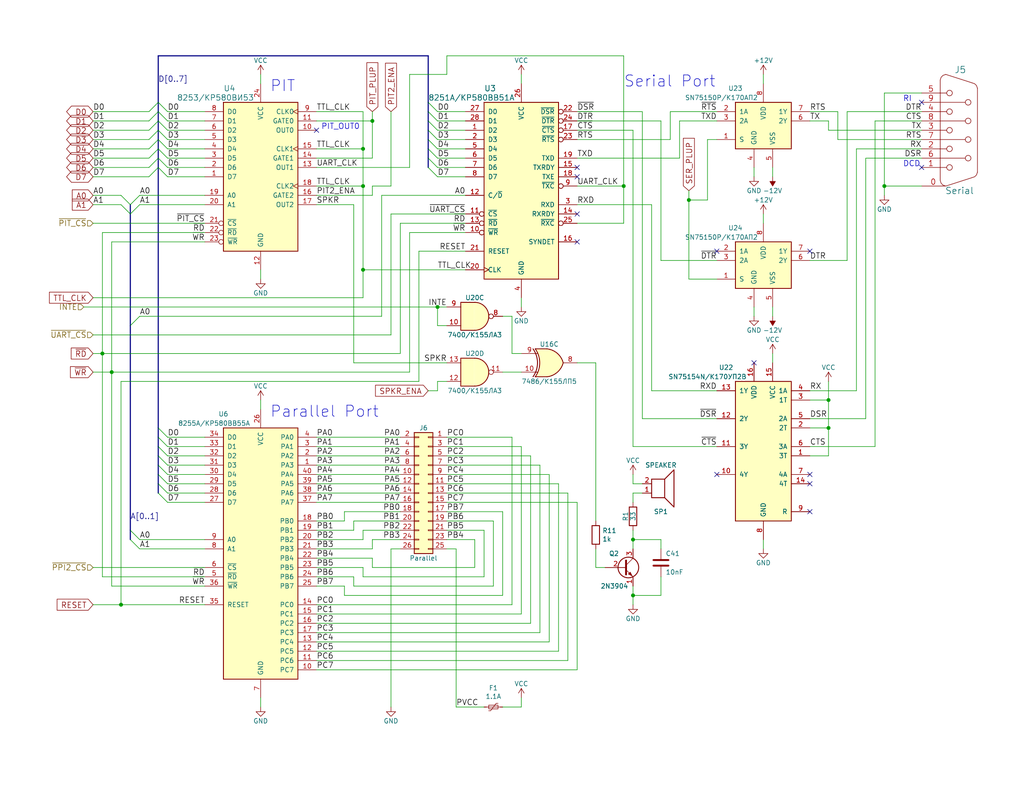
<source format=kicad_sch>
(kicad_sch (version 20211123) (generator eeschema)
  (paper "USLetter")
  (title_block (title "Radio-86RK") (date "2023-12-09") (rev "1.4") (company "Designed by Sergey Kiselev") (comment 1 "Based on the previous work by Alexey Khudyakov and Radio magazine publications") (comment 2 "Licensed under CERN-OHL-S: https://cern-ohl.web.cern.ch") (comment 3 "Documentation and design files: https://github.com/skiselev/radio-86rk") (comment 4 "Radio-86RK is an open source hardware project"))
  (lib_symbols
    (symbol "74xx:74LS00" (pin_names (offset 1.016))
      (property "Reference" "U" (at 0 1.27 0))
      (property "Value" "74LS00" (at 0 -1.27 0))
      (symbol "74LS00_1_1"
        (pin input line (at -7.62 2.54 0) (length 3.81) (name "~") (number "1"))
        (pin input line (at -7.62 -2.54 0) (length 3.81) (name "~") (number "2"))
        (pin output inverted (at 7.62 0 180) (length 3.81) (name "~") (number "3"))
      )
      (symbol "74LS00_1_2"
        (pin input inverted (at -7.62 2.54 0) (length 4.318) (name "~") (number "1"))
        (pin input inverted (at -7.62 -2.54 0) (length 4.318) (name "~") (number "2"))
        (pin output line (at 7.62 0 180) (length 3.81) (name "~") (number "3"))
      )
      (symbol "74LS00_2_1"
        (pin input line (at -7.62 2.54 0) (length 3.81) (name "~") (number "4"))
        (pin input line (at -7.62 -2.54 0) (length 3.81) (name "~") (number "5"))
        (pin output inverted (at 7.62 0 180) (length 3.81) (name "~") (number "6"))
      )
      (symbol "74LS00_2_2"
        (pin input inverted (at -7.62 2.54 0) (length 4.318) (name "~") (number "4"))
        (pin input inverted (at -7.62 -2.54 0) (length 4.318) (name "~") (number "5"))
        (pin output line (at 7.62 0 180) (length 3.81) (name "~") (number "6"))
      )
      (symbol "74LS00_3_1"
        (pin input line (at -7.62 -2.54 0) (length 3.81) (name "~") (number "10"))
        (pin output inverted (at 7.62 0 180) (length 3.81) (name "~") (number "8"))
        (pin input line (at -7.62 2.54 0) (length 3.81) (name "~") (number "9"))
      )
      (symbol "74LS00_3_2"
        (pin input inverted (at -7.62 -2.54 0) (length 4.318) (name "~") (number "10"))
        (pin output line (at 7.62 0 180) (length 3.81) (name "~") (number "8"))
        (pin input inverted (at -7.62 2.54 0) (length 4.318) (name "~") (number "9"))
      )
      (symbol "74LS00_4_1"
        (pin output inverted (at 7.62 0 180) (length 3.81) (name "~") (number "11"))
        (pin input line (at -7.62 2.54 0) (length 3.81) (name "~") (number "12"))
        (pin input line (at -7.62 -2.54 0) (length 3.81) (name "~") (number "13"))
      )
      (symbol "74LS00_4_2"
        (pin output line (at 7.62 0 180) (length 3.81) (name "~") (number "11"))
        (pin input inverted (at -7.62 2.54 0) (length 4.318) (name "~") (number "12"))
        (pin input inverted (at -7.62 -2.54 0) (length 4.318) (name "~") (number "13"))
      )
      (symbol "74LS00_5_0"
        (pin power_in line (at 0 12.7 270) (length 5.08) (name "VCC") (number "14"))
        (pin power_in line (at 0 -12.7 90) (length 5.08) (name "GND") (number "7"))
      )
    )
    (symbol "74xx:74LS86" (pin_names (offset 1.016))
      (property "Reference" "U" (at 0 1.27 0))
      (property "Value" "74LS86" (at 0 -1.27 0))
      (symbol "74LS86_1_0"
        (pin input line (at -7.62 2.54 0) (length 4.445) (name "~") (number "1"))
        (pin input line (at -7.62 -2.54 0) (length 4.445) (name "~") (number "2"))
        (pin output line (at 7.62 0 180) (length 3.81) (name "~") (number "3"))
      )
      (symbol "74LS86_2_0"
        (pin input line (at -7.62 2.54 0) (length 4.445) (name "~") (number "4"))
        (pin input line (at -7.62 -2.54 0) (length 4.445) (name "~") (number "5"))
        (pin output line (at 7.62 0 180) (length 3.81) (name "~") (number "6"))
      )
      (symbol "74LS86_3_0"
        (pin input line (at -7.62 -2.54 0) (length 4.445) (name "~") (number "10"))
        (pin output line (at 7.62 0 180) (length 3.81) (name "~") (number "8"))
        (pin input line (at -7.62 2.54 0) (length 4.445) (name "~") (number "9"))
      )
      (symbol "74LS86_4_0"
        (pin output line (at 7.62 0 180) (length 3.81) (name "~") (number "11"))
        (pin input line (at -7.62 2.54 0) (length 4.445) (name "~") (number "12"))
        (pin input line (at -7.62 -2.54 0) (length 4.445) (name "~") (number "13"))
      )
      (symbol "74LS86_5_0"
        (pin power_in line (at 0 12.7 270) (length 5.08) (name "VCC") (number "14"))
        (pin power_in line (at 0 -12.7 90) (length 5.08) (name "GND") (number "7"))
      )
    )
    (symbol "Connector_Generic:Conn_02x13_Odd_Even" (pin_names (offset 1.016) hide)
      (property "Reference" "J" (at 1.27 17.78 0))
      (property "Value" "Conn_02x13_Odd_Even" (at 1.27 -17.78 0))
      (symbol "Conn_02x13_Odd_Even_1_1"
        (pin passive line (at -5.08 15.24 0) (length 3.81) (name "Pin_1") (number "1"))
        (pin passive line (at 7.62 5.08 180) (length 3.81) (name "Pin_10") (number "10"))
        (pin passive line (at -5.08 2.54 0) (length 3.81) (name "Pin_11") (number "11"))
        (pin passive line (at 7.62 2.54 180) (length 3.81) (name "Pin_12") (number "12"))
        (pin passive line (at -5.08 0 0) (length 3.81) (name "Pin_13") (number "13"))
        (pin passive line (at 7.62 0 180) (length 3.81) (name "Pin_14") (number "14"))
        (pin passive line (at -5.08 -2.54 0) (length 3.81) (name "Pin_15") (number "15"))
        (pin passive line (at 7.62 -2.54 180) (length 3.81) (name "Pin_16") (number "16"))
        (pin passive line (at -5.08 -5.08 0) (length 3.81) (name "Pin_17") (number "17"))
        (pin passive line (at 7.62 -5.08 180) (length 3.81) (name "Pin_18") (number "18"))
        (pin passive line (at -5.08 -7.62 0) (length 3.81) (name "Pin_19") (number "19"))
        (pin passive line (at 7.62 15.24 180) (length 3.81) (name "Pin_2") (number "2"))
        (pin passive line (at 7.62 -7.62 180) (length 3.81) (name "Pin_20") (number "20"))
        (pin passive line (at -5.08 -10.16 0) (length 3.81) (name "Pin_21") (number "21"))
        (pin passive line (at 7.62 -10.16 180) (length 3.81) (name "Pin_22") (number "22"))
        (pin passive line (at -5.08 -12.7 0) (length 3.81) (name "Pin_23") (number "23"))
        (pin passive line (at 7.62 -12.7 180) (length 3.81) (name "Pin_24") (number "24"))
        (pin passive line (at -5.08 -15.24 0) (length 3.81) (name "Pin_25") (number "25"))
        (pin passive line (at 7.62 -15.24 180) (length 3.81) (name "Pin_26") (number "26"))
        (pin passive line (at -5.08 12.7 0) (length 3.81) (name "Pin_3") (number "3"))
        (pin passive line (at 7.62 12.7 180) (length 3.81) (name "Pin_4") (number "4"))
        (pin passive line (at -5.08 10.16 0) (length 3.81) (name "Pin_5") (number "5"))
        (pin passive line (at 7.62 10.16 180) (length 3.81) (name "Pin_6") (number "6"))
        (pin passive line (at -5.08 7.62 0) (length 3.81) (name "Pin_7") (number "7"))
        (pin passive line (at 7.62 7.62 180) (length 3.81) (name "Pin_8") (number "8"))
        (pin passive line (at -5.08 5.08 0) (length 3.81) (name "Pin_9") (number "9"))
      )
    )
    (symbol "Device:C" (pin_numbers hide) (pin_names (offset 0.254))
      (property "Reference" "C" (at 0.635 2.54 0))
      (property "Value" "C" (at 0.635 -2.54 0))
      (symbol "C_1_1"
        (pin passive line (at 0 3.81 270) (length 2.794) (name "~") (number "1"))
        (pin passive line (at 0 -3.81 90) (length 2.794) (name "~") (number "2"))
      )
    )
    (symbol "Device:Polyfuse_Small" (pin_numbers hide) (pin_names (offset 0))
      (property "Reference" "F" (at -1.905 0 90))
      (property "Value" "Polyfuse_Small" (at 1.905 0 90))
      (symbol "Polyfuse_Small_1_1"
        (pin passive line (at 0 2.54 270) (length 0.635) (name "~") (number "1"))
        (pin passive line (at 0 -2.54 90) (length 0.635) (name "~") (number "2"))
      )
    )
    (symbol "Device:Q_NPN_EBC" (pin_names (offset 0) hide)
      (property "Reference" "Q" (at 5.08 1.27 0))
      (property "Value" "Q_NPN_EBC" (at 5.08 -1.27 0))
      (symbol "Q_NPN_EBC_1_1"
        (pin passive line (at 2.54 -5.08 90) (length 2.54) (name "E") (number "1"))
        (pin passive line (at -5.08 0 0) (length 5.715) (name "B") (number "2"))
        (pin passive line (at 2.54 5.08 270) (length 2.54) (name "C") (number "3"))
      )
    )
    (symbol "Device:R" (pin_numbers hide) (pin_names (offset 0))
      (property "Reference" "R" (at 2.032 0 90))
      (property "Value" "R" (at 0 0 90))
      (symbol "R_1_1"
        (pin passive line (at 0 3.81 270) (length 1.27) (name "~") (number "1"))
        (pin passive line (at 0 -3.81 90) (length 1.27) (name "~") (number "2"))
      )
    )
    (symbol "Device:Speaker" (pin_names (offset 0) hide)
      (property "Reference" "LS" (at 1.27 5.715 0))
      (property "Value" "Speaker" (at 1.27 3.81 0))
      (symbol "Speaker_1_1"
        (pin input line (at -5.08 0 0) (length 2.54) (name "1") (number "1"))
        (pin input line (at -5.08 -2.54 0) (length 2.54) (name "2") (number "2"))
      )
    )
    (symbol "my_components:8251A" (pin_names (offset 1.016))
      (property "Reference" "U" (at -10.16 25.4 0))
      (property "Value" "8251A" (at -10.16 -25.4 0))
      (symbol "8251A_1_1"
        (pin bidirectional line (at -15.24 16.51 0) (length 5.08) (name "D2") (number "1"))
        (pin input inverted (at -15.24 -11.43 0) (length 5.08) (name "~{WR}") (number "10"))
        (pin input inverted (at -15.24 -6.35 0) (length 5.08) (name "~{CS}") (number "11"))
        (pin input line (at -15.24 -1.27 0) (length 5.08) (name "C/~{D}") (number "12"))
        (pin input inverted (at -15.24 -8.89 0) (length 5.08) (name "~{RD}") (number "13"))
        (pin output line (at 15.24 -6.35 180) (length 5.08) (name "RXRDY") (number "14"))
        (pin output line (at 15.24 6.35 180) (length 5.08) (name "TXRDY") (number "15"))
        (pin bidirectional line (at 15.24 -13.97 180) (length 5.08) (name "SYNDET") (number "16"))
        (pin input inverted (at 15.24 16.51 180) (length 5.08) (name "~{CTS}") (number "17"))
        (pin output line (at 15.24 3.81 180) (length 5.08) (name "TXE") (number "18"))
        (pin output line (at 15.24 8.89 180) (length 5.08) (name "TXD") (number "19"))
        (pin bidirectional line (at -15.24 13.97 0) (length 5.08) (name "D3") (number "2"))
        (pin input clock (at -15.24 -21.59 0) (length 5.08) (name "CLK") (number "20"))
        (pin input line (at -15.24 -16.51 0) (length 5.08) (name "RESET") (number "21"))
        (pin input inverted (at 15.24 21.59 180) (length 5.08) (name "~{DSR}") (number "22"))
        (pin output inverted (at 15.24 13.97 180) (length 5.08) (name "~{RTS}") (number "23"))
        (pin output inverted (at 15.24 19.05 180) (length 5.08) (name "~{DTR}") (number "24"))
        (pin input inverted (at 15.24 -8.89 180) (length 5.08) (name "~{RXC}") (number "25"))
        (pin power_in line (at 0 29.21 270) (length 5.08) (name "VCC") (number "26"))
        (pin bidirectional line (at -15.24 21.59 0) (length 5.08) (name "D0") (number "27"))
        (pin bidirectional line (at -15.24 19.05 0) (length 5.08) (name "D1") (number "28"))
        (pin input line (at 15.24 -3.81 180) (length 5.08) (name "RXD") (number "3"))
        (pin power_in line (at 0 -29.21 90) (length 5.08) (name "GND") (number "4"))
        (pin bidirectional line (at -15.24 11.43 0) (length 5.08) (name "D4") (number "5"))
        (pin bidirectional line (at -15.24 8.89 0) (length 5.08) (name "D5") (number "6"))
        (pin bidirectional line (at -15.24 6.35 0) (length 5.08) (name "D6") (number "7"))
        (pin bidirectional line (at -15.24 3.81 0) (length 5.08) (name "D7") (number "8"))
        (pin input inverted (at 15.24 1.27 180) (length 5.08) (name "~{TXC}") (number "9"))
      )
    )
    (symbol "my_components:8254" (pin_names (offset 1.016))
      (property "Reference" "U" (at -10.16 21.59 0))
      (property "Value" "8254" (at -10.16 -21.59 0))
      (symbol "8254_1_1"
        (pin bidirectional line (at -15.24 0 0) (length 5.08) (name "D7") (number "1"))
        (pin output line (at 15.24 12.7 180) (length 5.08) (name "OUT0") (number "10"))
        (pin input line (at 15.24 15.24 180) (length 5.08) (name "GATE0") (number "11"))
        (pin power_in line (at 0 -25.4 90) (length 5.08) (name "GND") (number "12"))
        (pin output line (at 15.24 2.54 180) (length 5.08) (name "OUT1") (number "13"))
        (pin input line (at 15.24 5.08 180) (length 5.08) (name "GATE1") (number "14"))
        (pin input clock (at 15.24 7.62 180) (length 5.08) (name "CLK1") (number "15"))
        (pin input line (at 15.24 -5.08 180) (length 5.08) (name "GATE2") (number "16"))
        (pin output line (at 15.24 -7.62 180) (length 5.08) (name "OUT2") (number "17"))
        (pin input clock (at 15.24 -2.54 180) (length 5.08) (name "CLK2") (number "18"))
        (pin input line (at -15.24 -5.08 0) (length 5.08) (name "A0") (number "19"))
        (pin bidirectional line (at -15.24 2.54 0) (length 5.08) (name "D6") (number "2"))
        (pin input line (at -15.24 -7.62 0) (length 5.08) (name "A1") (number "20"))
        (pin input inverted (at -15.24 -12.7 0) (length 5.08) (name "~{CS}") (number "21"))
        (pin input inverted (at -15.24 -15.24 0) (length 5.08) (name "~{RD}") (number "22"))
        (pin input inverted (at -15.24 -17.78 0) (length 5.08) (name "~{WR}") (number "23"))
        (pin power_in line (at 0 25.4 270) (length 5.08) (name "VCC") (number "24"))
        (pin bidirectional line (at -15.24 5.08 0) (length 5.08) (name "D5") (number "3"))
        (pin bidirectional line (at -15.24 7.62 0) (length 5.08) (name "D4") (number "4"))
        (pin bidirectional line (at -15.24 10.16 0) (length 5.08) (name "D3") (number "5"))
        (pin bidirectional line (at -15.24 12.7 0) (length 5.08) (name "D2") (number "6"))
        (pin bidirectional line (at -15.24 15.24 0) (length 5.08) (name "D1") (number "7"))
        (pin bidirectional line (at -15.24 17.78 0) (length 5.08) (name "D0") (number "8"))
        (pin input clock (at 15.24 17.78 180) (length 5.08) (name "CLK0") (number "9"))
      )
    )
    (symbol "my_components:8255A" (pin_names (offset 1.016))
      (property "Reference" "U" (at -10.16 38.1 0))
      (property "Value" "8255A" (at -10.16 35.56 0))
      (symbol "8255A_1_1"
        (pin tri_state line (at 15.24 24.13 180) (length 5.08) (name "PA3") (number "1"))
        (pin tri_state line (at 15.24 -31.75 180) (length 5.08) (name "PC7") (number "10"))
        (pin tri_state line (at 15.24 -29.21 180) (length 5.08) (name "PC6") (number "11"))
        (pin tri_state line (at 15.24 -26.67 180) (length 5.08) (name "PC5") (number "12"))
        (pin tri_state line (at 15.24 -24.13 180) (length 5.08) (name "PC4") (number "13"))
        (pin tri_state line (at 15.24 -13.97 180) (length 5.08) (name "PC0") (number "14"))
        (pin tri_state line (at 15.24 -16.51 180) (length 5.08) (name "PC1") (number "15"))
        (pin tri_state line (at 15.24 -19.05 180) (length 5.08) (name "PC2") (number "16"))
        (pin tri_state line (at 15.24 -21.59 180) (length 5.08) (name "PC3") (number "17"))
        (pin tri_state line (at 15.24 8.89 180) (length 5.08) (name "PB0") (number "18"))
        (pin tri_state line (at 15.24 6.35 180) (length 5.08) (name "PB1") (number "19"))
        (pin tri_state line (at 15.24 26.67 180) (length 5.08) (name "PA2") (number "2"))
        (pin tri_state line (at 15.24 3.81 180) (length 5.08) (name "PB2") (number "20"))
        (pin tri_state line (at 15.24 1.27 180) (length 5.08) (name "PB3") (number "21"))
        (pin tri_state line (at 15.24 -1.27 180) (length 5.08) (name "PB4") (number "22"))
        (pin tri_state line (at 15.24 -3.81 180) (length 5.08) (name "PB5") (number "23"))
        (pin tri_state line (at 15.24 -6.35 180) (length 5.08) (name "PB6") (number "24"))
        (pin tri_state line (at 15.24 -8.89 180) (length 5.08) (name "PB7") (number "25"))
        (pin power_in line (at 0 39.37 270) (length 5.08) (name "VCC") (number "26"))
        (pin bidirectional line (at -15.24 13.97 0) (length 5.08) (name "D7") (number "27"))
        (pin bidirectional line (at -15.24 16.51 0) (length 5.08) (name "D6") (number "28"))
        (pin bidirectional line (at -15.24 19.05 0) (length 5.08) (name "D5") (number "29"))
        (pin tri_state line (at 15.24 29.21 180) (length 5.08) (name "PA1") (number "3"))
        (pin bidirectional line (at -15.24 21.59 0) (length 5.08) (name "D4") (number "30"))
        (pin bidirectional line (at -15.24 24.13 0) (length 5.08) (name "D3") (number "31"))
        (pin bidirectional line (at -15.24 26.67 0) (length 5.08) (name "D2") (number "32"))
        (pin bidirectional line (at -15.24 29.21 0) (length 5.08) (name "D1") (number "33"))
        (pin bidirectional line (at -15.24 31.75 0) (length 5.08) (name "D0") (number "34"))
        (pin input line (at -15.24 -13.97 0) (length 5.08) (name "RESET") (number "35"))
        (pin input line (at -15.24 -8.89 0) (length 5.08) (name "~{WR}") (number "36"))
        (pin tri_state line (at 15.24 13.97 180) (length 5.08) (name "PA7") (number "37"))
        (pin tri_state line (at 15.24 16.51 180) (length 5.08) (name "PA6") (number "38"))
        (pin tri_state line (at 15.24 19.05 180) (length 5.08) (name "PA5") (number "39"))
        (pin tri_state line (at 15.24 31.75 180) (length 5.08) (name "PA0") (number "4"))
        (pin tri_state line (at 15.24 21.59 180) (length 5.08) (name "PA4") (number "40"))
        (pin input line (at -15.24 -6.35 0) (length 5.08) (name "~{RD}") (number "5"))
        (pin input line (at -15.24 -3.81 0) (length 5.08) (name "~{CS}") (number "6"))
        (pin power_in line (at 0 -39.37 90) (length 5.08) (name "GND") (number "7"))
        (pin input line (at -15.24 1.27 0) (length 5.08) (name "A1") (number "8"))
        (pin input line (at -15.24 3.81 0) (length 5.08) (name "A0") (number "9"))
      )
    )
    (symbol "my_components:DE9" (pin_names (offset 1.016) hide)
      (property "Reference" "P" (at 0 16.51 0))
      (property "Value" "DE9" (at 0.381 -17.399 0))
      (symbol "DE9_1_1"
        (pin passive line (at -10.16 -15.24 0) (length 6.35) (name "GND") (number "0"))
        (pin passive line (at -10.16 -10.16 0) (length 5.08) (name "1") (number "1"))
        (pin passive line (at -10.16 -5.08 0) (length 5.08) (name "2") (number "2"))
        (pin passive line (at -10.16 0 0) (length 5.08) (name "3") (number "3"))
        (pin passive line (at -10.16 5.08 0) (length 5.08) (name "4") (number "4"))
        (pin passive line (at -10.16 10.16 0) (length 5.08) (name "5") (number "5"))
        (pin passive line (at -10.16 -7.62 0) (length 5.08) (name "P6") (number "6"))
        (pin passive line (at -10.16 -2.54 0) (length 5.08) (name "P7") (number "7"))
        (pin passive line (at -10.16 2.54 0) (length 5.08) (name "P8") (number "8"))
        (pin passive line (at -10.16 7.62 0) (length 5.08) (name "P9") (number "9"))
      )
    )
    (symbol "my_components:SN75150P" (pin_names (offset 1.016))
      (property "Reference" "U" (at -7.62 10.16 0))
      (property "Value" "SN75150P" (at -12.7 7.62 0))
      (symbol "SN75150P_1_1"
        (pin input line (at -12.7 -3.81 0) (length 5.08) (name "S") (number "1"))
        (pin input line (at -12.7 3.81 0) (length 5.08) (name "1A") (number "2"))
        (pin input line (at -12.7 1.27 0) (length 5.08) (name "2A") (number "3"))
        (pin power_in line (at -2.54 -11.43 90) (length 5.08) (name "GND") (number "4"))
        (pin power_in line (at 2.54 -11.43 90) (length 5.08) (name "VSS") (number "5"))
        (pin output line (at 12.7 1.27 180) (length 5.08) (name "2Y") (number "6"))
        (pin output line (at 12.7 3.81 180) (length 5.08) (name "1Y") (number "7"))
        (pin power_in line (at 0 11.43 270) (length 5.08) (name "VDD") (number "8"))
      )
    )
    (symbol "my_components:SN75154P" (pin_names (offset 1.016))
      (property "Reference" "U" (at -8.89 22.86 0))
      (property "Value" "SN75154P" (at -8.89 20.32 0))
      (symbol "SN75154P_1_1"
        (pin input line (at -12.7 -1.27 0) (length 5.08) (name "3T") (number "1"))
        (pin output line (at 12.7 -6.35 180) (length 5.08) (name "4Y") (number "10"))
        (pin output line (at 12.7 1.27 180) (length 5.08) (name "3Y") (number "11"))
        (pin output line (at 12.7 8.89 180) (length 5.08) (name "2Y") (number "12"))
        (pin output line (at 12.7 16.51 180) (length 5.08) (name "1Y") (number "13"))
        (pin input line (at -12.7 -8.89 0) (length 5.08) (name "4T") (number "14"))
        (pin power_in line (at -2.54 24.13 270) (length 5.08) (name "VCC") (number "15"))
        (pin power_in line (at 2.54 24.13 270) (length 5.08) (name "VDD") (number "16"))
        (pin input line (at -12.7 6.35 0) (length 5.08) (name "2T") (number "2"))
        (pin input line (at -12.7 13.97 0) (length 5.08) (name "1T") (number "3"))
        (pin input line (at -12.7 16.51 0) (length 5.08) (name "1A") (number "4"))
        (pin input line (at -12.7 8.89 0) (length 5.08) (name "2A") (number "5"))
        (pin input line (at -12.7 1.27 0) (length 5.08) (name "3A") (number "6"))
        (pin input line (at -12.7 -6.35 0) (length 5.08) (name "4A") (number "7"))
        (pin power_in line (at 0 -24.13 90) (length 5.08) (name "GND") (number "8"))
        (pin input line (at -12.7 -16.51 0) (length 5.08) (name "R") (number "9"))
      )
    )
    (symbol "power:+12V" (power) (pin_names (offset 0))
      (property "Value" "+12V" (at 0 3.556 0))
      (symbol "+12V_1_1"
        (pin power_in line (at 0 0 90) (length 0) hide (name "+12V") (number "1"))
      )
    )
    (symbol "power:-12V" (power) (pin_names (offset 0))
      (property "Value" "-12V" (at 0 3.81 0))
      (symbol "-12V_0_0"
        (pin power_in line (at 0 0 90) (length 0) hide (name "-12V") (number "1"))
      )
    )
    (symbol "power:GND" (power) (pin_names (offset 0))
      (property "Value" "GND" (at 0 -3.81 0))
      (symbol "GND_1_1"
        (pin power_in line (at 0 0 270) (length 0) hide (name "GND") (number "1"))
      )
    )
    (symbol "power:VCC" (power) (pin_names (offset 0))
      (property "Value" "VCC" (at 0 3.81 0))
      (symbol "VCC_1_1"
        (pin power_in line (at 0 0 90) (length 0) hide (name "VCC") (number "1"))
      )
    )
  )
  (junction (at 99.06 50.8))
  (junction (at 101.6 33.02))
  (junction (at 99.06 40.64))
  (junction (at 99.06 73.66))
  (junction (at 226.06 116.84))
  (junction (at 119.38 83.82))
  (junction (at 172.72 162.56))
  (junction (at 27.94 96.52))
  (junction (at 187.96 54.61))
  (junction (at 30.48 101.6))
  (junction (at 226.06 109.22))
  (junction (at 33.02 165.1))
  (junction (at 170.18 50.8))
  (junction (at 241.3 50.8))
  (junction (at 172.72 147.32))
  (no_connect (at 157.48 48.26))
  (no_connect (at 220.98 129.54))
  (no_connect (at 157.48 58.42))
  (no_connect (at 157.48 45.72))
  (no_connect (at 220.98 68.58))
  (no_connect (at 205.74 99.06))
  (no_connect (at 195.58 129.54))
  (no_connect (at 86.36 35.56))
  (no_connect (at 251.46 45.72))
  (no_connect (at 251.46 27.94))
  (no_connect (at 220.98 139.7))
  (no_connect (at 195.58 68.58))
  (no_connect (at 220.98 132.08))
  (no_connect (at 157.48 66.04))
  (bus_entry (at 40.64 40.64) (size 2.54 -2.54))
  (bus_entry (at 45.72 40.64) (size -2.54 -2.54))
  (bus_entry (at 45.72 33.02) (size -2.54 -2.54))
  (bus_entry (at 40.64 33.02) (size 2.54 -2.54))
  (bus_entry (at 119.38 38.1) (size -2.54 -2.54))
  (bus_entry (at 119.38 33.02) (size -2.54 -2.54))
  (bus_entry (at 40.64 38.1) (size 2.54 -2.54))
  (bus_entry (at 119.38 45.72) (size -2.54 -2.54))
  (bus_entry (at 45.72 45.72) (size -2.54 -2.54))
  (bus_entry (at 119.38 48.26) (size -2.54 -2.54))
  (bus_entry (at 45.72 132.08) (size -2.54 -2.54))
  (bus_entry (at 119.38 43.18) (size -2.54 -2.54))
  (bus_entry (at 40.64 43.18) (size 2.54 -2.54))
  (bus_entry (at 45.72 127) (size -2.54 -2.54))
  (bus_entry (at 45.72 129.54) (size -2.54 -2.54))
  (bus_entry (at 40.64 35.56) (size 2.54 -2.54))
  (bus_entry (at 119.38 30.48) (size -2.54 -2.54))
  (bus_entry (at 45.72 134.62) (size -2.54 -2.54))
  (bus_entry (at 35.56 55.88) (size 2.54 -2.54))
  (bus_entry (at 45.72 119.38) (size -2.54 -2.54))
  (bus_entry (at 35.56 147.32) (size 2.54 2.54))
  (bus_entry (at 45.72 137.16) (size -2.54 -2.54))
  (bus_entry (at 45.72 35.56) (size -2.54 -2.54))
  (bus_entry (at 45.72 30.48) (size -2.54 -2.54))
  (bus_entry (at 119.38 40.64) (size -2.54 -2.54))
  (bus_entry (at 35.56 55.88) (size -2.54 -2.54))
  (bus_entry (at 119.38 35.56) (size -2.54 -2.54))
  (bus_entry (at 40.64 45.72) (size 2.54 -2.54))
  (bus_entry (at 33.02 55.88) (size 2.54 2.54))
  (bus_entry (at 45.72 38.1) (size -2.54 -2.54))
  (bus_entry (at 45.72 121.92) (size -2.54 -2.54))
  (bus_entry (at 40.64 30.48) (size 2.54 -2.54))
  (bus_entry (at 35.56 58.42) (size 2.54 -2.54))
  (bus_entry (at 35.56 144.78) (size 2.54 2.54))
  (bus_entry (at 40.64 48.26) (size 2.54 -2.54))
  (bus_entry (at 45.72 124.46) (size -2.54 -2.54))
  (bus_entry (at 35.56 88.9) (size 2.54 -2.54))
  (bus_entry (at 45.72 43.18) (size -2.54 -2.54))
  (bus_entry (at 45.72 48.26) (size -2.54 -2.54))
  (bus (pts (xy 43.18 27.94) (xy 43.18 30.48)))
  (wire (pts (xy 55.88 149.86) (xy 38.1 149.86)))
  (wire (pts (xy 40.64 38.1) (xy 25.4 38.1)))
  (wire (pts (xy 86.36 53.34) (xy 101.6 53.34)))
  (wire (pts (xy 182.88 30.48) (xy 195.58 30.48)))
  (bus (pts (xy 43.18 15.24) (xy 43.18 27.94)))
  (wire (pts (xy 101.6 152.4) (xy 101.6 154.94)))
  (wire (pts (xy 111.76 63.5) (xy 127 63.5)))
  (wire (pts (xy 55.88 60.96) (xy 25.4 60.96)))
  (wire (pts (xy 55.88 53.34) (xy 38.1 53.34)))
  (wire (pts (xy 106.68 149.86) (xy 106.68 193.04)))
  (wire (pts (xy 236.22 114.3) (xy 236.22 43.18)))
  (wire (pts (xy 175.26 132.08) (xy 172.72 132.08)))
  (wire (pts (xy 121.92 15.24) (xy 170.18 15.24)))
  (wire (pts (xy 104.14 86.36) (xy 38.1 86.36)))
  (wire (pts (xy 33.02 104.14) (xy 114.3 104.14)))
  (wire (pts (xy 226.06 124.46) (xy 226.06 116.84)))
  (wire (pts (xy 182.88 38.1) (xy 182.88 30.48)))
  (wire (pts (xy 22.86 83.82) (xy 119.38 83.82)))
  (wire (pts (xy 121.92 147.32) (xy 129.54 147.32)))
  (wire (pts (xy 241.3 50.8) (xy 241.3 25.4)))
  (wire (pts (xy 55.88 55.88) (xy 38.1 55.88)))
  (bus (pts (xy 43.18 38.1) (xy 43.18 40.64)))
  (wire (pts (xy 86.36 157.48) (xy 96.52 157.48)))
  (wire (pts (xy 139.7 96.52) (xy 139.7 86.36)))
  (bus (pts (xy 43.18 43.18) (xy 43.18 45.72)))
  (wire (pts (xy 86.36 154.94) (xy 99.06 154.94)))
  (wire (pts (xy 40.64 40.64) (xy 25.4 40.64)))
  (wire (pts (xy 185.42 33.02) (xy 195.58 33.02)))
  (wire (pts (xy 40.64 35.56) (xy 25.4 35.56)))
  (bus (pts (xy 116.84 27.94) (xy 116.84 30.48)))
  (wire (pts (xy 180.34 149.86) (xy 180.34 147.32)))
  (wire (pts (xy 106.68 50.8) (xy 106.68 30.48)))
  (bus (pts (xy 43.18 45.72) (xy 43.18 116.84)))
  (wire (pts (xy 228.6 30.48) (xy 228.6 38.1)))
  (bus (pts (xy 116.84 30.48) (xy 116.84 33.02)))
  (wire (pts (xy 119.38 104.14) (xy 119.38 106.68)))
  (wire (pts (xy 157.48 38.1) (xy 182.88 38.1)))
  (wire (pts (xy 27.94 96.52) (xy 27.94 63.5)))
  (wire (pts (xy 121.92 149.86) (xy 124.46 149.86)))
  (bus (pts (xy 43.18 119.38) (xy 43.18 121.92)))
  (wire (pts (xy 86.36 149.86) (xy 101.6 149.86)))
  (wire (pts (xy 86.36 147.32) (xy 99.06 147.32)))
  (wire (pts (xy 180.34 147.32) (xy 172.72 147.32)))
  (wire (pts (xy 30.48 101.6) (xy 30.48 66.04)))
  (wire (pts (xy 195.58 71.12) (xy 180.34 71.12)))
  (wire (pts (xy 172.72 144.78) (xy 172.72 147.32)))
  (wire (pts (xy 132.08 157.48) (xy 132.08 144.78)))
  (wire (pts (xy 172.72 165.1) (xy 172.72 162.56)))
  (wire (pts (xy 220.98 121.92) (xy 238.76 121.92)))
  (wire (pts (xy 40.64 30.48) (xy 25.4 30.48)))
  (wire (pts (xy 101.6 33.02) (xy 101.6 30.48)))
  (bus (pts (xy 116.84 15.24) (xy 116.84 27.94)))
  (wire (pts (xy 226.06 33.02) (xy 220.98 33.02)))
  (wire (pts (xy 40.64 48.26) (xy 25.4 48.26)))
  (wire (pts (xy 241.3 50.8) (xy 241.3 53.34)))
  (wire (pts (xy 157.48 50.8) (xy 170.18 50.8)))
  (wire (pts (xy 187.96 54.61) (xy 187.96 76.2)))
  (wire (pts (xy 231.14 30.48) (xy 231.14 71.12)))
  (wire (pts (xy 175.26 134.62) (xy 172.72 134.62)))
  (wire (pts (xy 71.12 109.22) (xy 71.12 111.76)))
  (wire (pts (xy 231.14 71.12) (xy 220.98 71.12)))
  (wire (pts (xy 101.6 149.86) (xy 101.6 147.32)))
  (wire (pts (xy 220.98 30.48) (xy 228.6 30.48)))
  (wire (pts (xy 205.74 48.26) (xy 205.74 45.72)))
  (wire (pts (xy 233.68 40.64) (xy 233.68 106.68)))
  (wire (pts (xy 111.76 63.5) (xy 111.76 101.6)))
  (wire (pts (xy 172.72 35.56) (xy 172.72 121.92)))
  (wire (pts (xy 251.46 30.48) (xy 231.14 30.48)))
  (bus (pts (xy 43.18 132.08) (xy 43.18 134.62)))
  (wire (pts (xy 111.76 45.72) (xy 111.76 20.32)))
  (wire (pts (xy 185.42 43.18) (xy 185.42 33.02)))
  (wire (pts (xy 55.88 66.04) (xy 30.48 66.04)))
  (wire (pts (xy 226.06 116.84) (xy 226.06 109.22)))
  (wire (pts (xy 109.22 149.86) (xy 106.68 149.86)))
  (wire (pts (xy 111.76 101.6) (xy 30.48 101.6)))
  (wire (pts (xy 134.62 160.02) (xy 96.52 160.02)))
  (bus (pts (xy 43.18 127) (xy 43.18 129.54)))
  (wire (pts (xy 121.92 124.46) (xy 144.78 124.46)))
  (wire (pts (xy 86.36 55.88) (xy 96.52 55.88)))
  (wire (pts (xy 172.72 129.54) (xy 172.72 132.08)))
  (wire (pts (xy 55.88 45.72) (xy 45.72 45.72)))
  (wire (pts (xy 193.04 54.61) (xy 193.04 38.1)))
  (wire (pts (xy 172.72 35.56) (xy 157.48 35.56)))
  (wire (pts (xy 172.72 147.32) (xy 172.72 149.86)))
  (wire (pts (xy 238.76 33.02) (xy 251.46 33.02)))
  (wire (pts (xy 30.48 160.02) (xy 55.88 160.02)))
  (wire (pts (xy 157.48 43.18) (xy 185.42 43.18)))
  (wire (pts (xy 127 35.56) (xy 119.38 35.56)))
  (bus (pts (xy 116.84 33.02) (xy 116.84 35.56)))
  (wire (pts (xy 127 40.64) (xy 119.38 40.64)))
  (wire (pts (xy 55.88 124.46) (xy 45.72 124.46)))
  (bus (pts (xy 35.56 144.78) (xy 35.56 147.32)))
  (wire (pts (xy 86.36 152.4) (xy 101.6 152.4)))
  (wire (pts (xy 121.92 88.9) (xy 119.38 88.9)))
  (wire (pts (xy 86.36 175.26) (xy 149.86 175.26)))
  (wire (pts (xy 236.22 43.18) (xy 251.46 43.18)))
  (wire (pts (xy 210.82 83.82) (xy 210.82 86.36)))
  (wire (pts (xy 71.12 193.04) (xy 71.12 190.5)))
  (wire (pts (xy 220.98 106.68) (xy 233.68 106.68)))
  (wire (pts (xy 86.36 142.24) (xy 93.98 142.24)))
  (wire (pts (xy 121.92 121.92) (xy 142.24 121.92)))
  (bus (pts (xy 43.18 124.46) (xy 43.18 127)))
  (wire (pts (xy 86.36 172.72) (xy 147.32 172.72)))
  (wire (pts (xy 99.06 40.64) (xy 99.06 30.48)))
  (wire (pts (xy 220.98 114.3) (xy 236.22 114.3)))
  (wire (pts (xy 142.24 20.32) (xy 142.24 22.86)))
  (wire (pts (xy 137.16 162.56) (xy 93.98 162.56)))
  (wire (pts (xy 111.76 20.32) (xy 121.92 20.32)))
  (wire (pts (xy 137.16 193.04) (xy 142.24 193.04)))
  (wire (pts (xy 27.94 157.48) (xy 55.88 157.48)))
  (wire (pts (xy 55.88 30.48) (xy 45.72 30.48)))
  (wire (pts (xy 86.36 160.02) (xy 93.98 160.02)))
  (wire (pts (xy 127 48.26) (xy 119.38 48.26)))
  (wire (pts (xy 55.88 38.1) (xy 45.72 38.1)))
  (wire (pts (xy 99.06 73.66) (xy 99.06 81.28)))
  (bus (pts (xy 43.18 33.02) (xy 43.18 35.56)))
  (wire (pts (xy 121.92 142.24) (xy 134.62 142.24)))
  (wire (pts (xy 114.3 104.14) (xy 114.3 68.58)))
  (wire (pts (xy 121.92 20.32) (xy 121.92 15.24)))
  (wire (pts (xy 106.68 58.42) (xy 127 58.42)))
  (wire (pts (xy 172.72 162.56) (xy 172.72 160.02)))
  (wire (pts (xy 121.92 127) (xy 147.32 127)))
  (wire (pts (xy 121.92 144.78) (xy 132.08 144.78)))
  (wire (pts (xy 121.92 137.16) (xy 157.48 137.16)))
  (wire (pts (xy 86.36 134.62) (xy 109.22 134.62)))
  (wire (pts (xy 228.6 38.1) (xy 251.46 38.1)))
  (wire (pts (xy 71.12 73.66) (xy 71.12 76.2)))
  (wire (pts (xy 86.36 40.64) (xy 99.06 40.64)))
  (wire (pts (xy 27.94 157.48) (xy 27.94 96.52)))
  (wire (pts (xy 162.56 99.06) (xy 157.48 99.06)))
  (wire (pts (xy 99.06 144.78) (xy 99.06 147.32)))
  (wire (pts (xy 195.58 38.1) (xy 193.04 38.1)))
  (wire (pts (xy 172.72 162.56) (xy 180.34 162.56)))
  (wire (pts (xy 175.26 114.3) (xy 195.58 114.3)))
  (bus (pts (xy 116.84 43.18) (xy 116.84 45.72)))
  (wire (pts (xy 86.36 180.34) (xy 154.94 180.34)))
  (wire (pts (xy 33.02 53.34) (xy 25.4 53.34)))
  (wire (pts (xy 132.08 193.04) (xy 124.46 193.04)))
  (wire (pts (xy 238.76 33.02) (xy 238.76 121.92)))
  (wire (pts (xy 144.78 124.46) (xy 144.78 170.18)))
  (wire (pts (xy 86.36 33.02) (xy 101.6 33.02)))
  (wire (pts (xy 109.22 60.96) (xy 127 60.96)))
  (wire (pts (xy 187.96 52.07) (xy 187.96 54.61)))
  (wire (pts (xy 101.6 147.32) (xy 109.22 147.32)))
  (wire (pts (xy 121.92 132.08) (xy 152.4 132.08)))
  (wire (pts (xy 101.6 43.18) (xy 101.6 33.02)))
  (wire (pts (xy 121.92 134.62) (xy 154.94 134.62)))
  (wire (pts (xy 30.48 101.6) (xy 30.48 160.02)))
  (wire (pts (xy 251.46 40.64) (xy 233.68 40.64)))
  (wire (pts (xy 93.98 162.56) (xy 93.98 160.02)))
  (wire (pts (xy 162.56 149.86) (xy 162.56 154.94)))
  (wire (pts (xy 33.02 165.1) (xy 25.4 165.1)))
  (wire (pts (xy 55.88 132.08) (xy 45.72 132.08)))
  (wire (pts (xy 170.18 60.96) (xy 157.48 60.96)))
  (wire (pts (xy 55.88 137.16) (xy 45.72 137.16)))
  (wire (pts (xy 86.36 43.18) (xy 101.6 43.18)))
  (wire (pts (xy 25.4 96.52) (xy 27.94 96.52)))
  (wire (pts (xy 127 45.72) (xy 119.38 45.72)))
  (wire (pts (xy 55.88 35.56) (xy 45.72 35.56)))
  (wire (pts (xy 142.24 193.04) (xy 142.24 190.5)))
  (wire (pts (xy 101.6 53.34) (xy 101.6 50.8)))
  (wire (pts (xy 33.02 55.88) (xy 25.4 55.88)))
  (wire (pts (xy 40.64 45.72) (xy 25.4 45.72)))
  (bus (pts (xy 43.18 30.48) (xy 43.18 33.02)))
  (wire (pts (xy 119.38 106.68) (xy 116.84 106.68)))
  (wire (pts (xy 177.8 106.68) (xy 195.58 106.68)))
  (wire (pts (xy 149.86 129.54) (xy 149.86 175.26)))
  (wire (pts (xy 142.24 96.52) (xy 139.7 96.52)))
  (wire (pts (xy 208.28 20.32) (xy 208.28 22.86)))
  (wire (pts (xy 134.62 142.24) (xy 134.62 160.02)))
  (wire (pts (xy 170.18 50.8) (xy 170.18 60.96)))
  (wire (pts (xy 154.94 134.62) (xy 154.94 180.34)))
  (wire (pts (xy 86.36 30.48) (xy 99.06 30.48)))
  (wire (pts (xy 25.4 101.6) (xy 30.48 101.6)))
  (wire (pts (xy 99.06 144.78) (xy 109.22 144.78)))
  (wire (pts (xy 99.06 154.94) (xy 99.06 157.48)))
  (wire (pts (xy 175.26 114.3) (xy 175.26 30.48)))
  (bus (pts (xy 43.18 116.84) (xy 43.18 119.38)))
  (bus (pts (xy 43.18 40.64) (xy 43.18 43.18)))
  (wire (pts (xy 208.28 147.32) (xy 208.28 149.86)))
  (wire (pts (xy 142.24 101.6) (xy 137.16 101.6)))
  (wire (pts (xy 96.52 142.24) (xy 109.22 142.24)))
  (wire (pts (xy 127 33.02) (xy 119.38 33.02)))
  (wire (pts (xy 55.88 154.94) (xy 25.4 154.94)))
  (wire (pts (xy 104.14 53.34) (xy 127 53.34)))
  (wire (pts (xy 40.64 43.18) (xy 25.4 43.18)))
  (wire (pts (xy 86.36 124.46) (xy 109.22 124.46)))
  (wire (pts (xy 101.6 50.8) (xy 106.68 50.8)))
  (wire (pts (xy 55.88 121.92) (xy 45.72 121.92)))
  (wire (pts (xy 157.48 33.02) (xy 180.34 33.02)))
  (wire (pts (xy 96.52 55.88) (xy 96.52 99.06)))
  (wire (pts (xy 127 38.1) (xy 119.38 38.1)))
  (wire (pts (xy 220.98 124.46) (xy 226.06 124.46)))
  (wire (pts (xy 40.64 33.02) (xy 25.4 33.02)))
  (wire (pts (xy 86.36 127) (xy 109.22 127)))
  (bus (pts (xy 43.18 35.56) (xy 43.18 38.1)))
  (wire (pts (xy 55.88 129.54) (xy 45.72 129.54)))
  (wire (pts (xy 208.28 58.42) (xy 208.28 60.96)))
  (wire (pts (xy 220.98 116.84) (xy 226.06 116.84)))
  (wire (pts (xy 55.88 40.64) (xy 45.72 40.64)))
  (wire (pts (xy 99.06 50.8) (xy 99.06 73.66)))
  (wire (pts (xy 139.7 165.1) (xy 139.7 119.38)))
  (wire (pts (xy 86.36 45.72) (xy 111.76 45.72)))
  (wire (pts (xy 210.82 45.72) (xy 210.82 48.26)))
  (wire (pts (xy 139.7 86.36) (xy 137.16 86.36)))
  (wire (pts (xy 55.88 127) (xy 45.72 127)))
  (wire (pts (xy 99.06 81.28) (xy 25.4 81.28)))
  (wire (pts (xy 93.98 139.7) (xy 109.22 139.7)))
  (wire (pts (xy 55.88 119.38) (xy 45.72 119.38)))
  (wire (pts (xy 127 30.48) (xy 119.38 30.48)))
  (wire (pts (xy 220.98 109.22) (xy 226.06 109.22)))
  (wire (pts (xy 180.34 33.02) (xy 180.34 71.12)))
  (wire (pts (xy 137.16 139.7) (xy 137.16 162.56)))
  (wire (pts (xy 127 43.18) (xy 119.38 43.18)))
  (bus (pts (xy 35.56 55.88) (xy 35.56 58.42)))
  (wire (pts (xy 180.34 162.56) (xy 180.34 157.48)))
  (wire (pts (xy 121.92 104.14) (xy 119.38 104.14)))
  (bus (pts (xy 43.18 15.24) (xy 116.84 15.24)))
  (wire (pts (xy 99.06 157.48) (xy 132.08 157.48)))
  (wire (pts (xy 177.8 55.88) (xy 177.8 106.68)))
  (bus (pts (xy 35.56 58.42) (xy 35.56 88.9)))
  (wire (pts (xy 187.96 54.61) (xy 193.04 54.61)))
  (wire (pts (xy 27.94 96.52) (xy 109.22 96.52)))
  (wire (pts (xy 124.46 193.04) (xy 124.46 149.86)))
  (wire (pts (xy 86.36 129.54) (xy 109.22 129.54)))
  (wire (pts (xy 86.36 165.1) (xy 139.7 165.1)))
  (wire (pts (xy 33.02 104.14) (xy 33.02 165.1)))
  (wire (pts (xy 119.38 83.82) (xy 121.92 83.82)))
  (wire (pts (xy 99.06 50.8) (xy 99.06 40.64)))
  (wire (pts (xy 241.3 50.8) (xy 251.46 50.8)))
  (wire (pts (xy 55.88 48.26) (xy 45.72 48.26)))
  (bus (pts (xy 43.18 121.92) (xy 43.18 124.46)))
  (wire (pts (xy 162.56 154.94) (xy 165.1 154.94)))
  (wire (pts (xy 86.36 182.88) (xy 157.48 182.88)))
  (wire (pts (xy 172.72 121.92) (xy 195.58 121.92)))
  (wire (pts (xy 162.56 142.24) (xy 162.56 99.06)))
  (wire (pts (xy 86.36 137.16) (xy 109.22 137.16)))
  (wire (pts (xy 55.88 147.32) (xy 38.1 147.32)))
  (wire (pts (xy 157.48 30.48) (xy 175.26 30.48)))
  (wire (pts (xy 106.68 91.44) (xy 106.68 58.42)))
  (wire (pts (xy 119.38 88.9) (xy 119.38 83.82)))
  (wire (pts (xy 96.52 99.06) (xy 121.92 99.06)))
  (wire (pts (xy 55.88 33.02) (xy 45.72 33.02)))
  (wire (pts (xy 226.06 109.22) (xy 226.06 104.14)))
  (wire (pts (xy 55.88 43.18) (xy 45.72 43.18)))
  (wire (pts (xy 99.06 73.66) (xy 127 73.66)))
  (wire (pts (xy 129.54 154.94) (xy 129.54 147.32)))
  (wire (pts (xy 25.4 91.44) (xy 106.68 91.44)))
  (wire (pts (xy 101.6 154.94) (xy 129.54 154.94)))
  (wire (pts (xy 27.94 63.5) (xy 55.88 63.5)))
  (wire (pts (xy 86.36 170.18) (xy 144.78 170.18)))
  (wire (pts (xy 109.22 96.52) (xy 109.22 60.96)))
  (wire (pts (xy 226.06 33.02) (xy 226.06 35.56)))
  (wire (pts (xy 86.36 119.38) (xy 109.22 119.38)))
  (bus (pts (xy 116.84 35.56) (xy 116.84 38.1)))
  (wire (pts (xy 157.48 182.88) (xy 157.48 137.16)))
  (wire (pts (xy 33.02 165.1) (xy 55.88 165.1)))
  (wire (pts (xy 142.24 121.92) (xy 142.24 167.64)))
  (wire (pts (xy 86.36 177.8) (xy 152.4 177.8)))
  (wire (pts (xy 210.82 96.52) (xy 210.82 99.06)))
  (wire (pts (xy 86.36 167.64) (xy 142.24 167.64)))
  (wire (pts (xy 205.74 86.36) (xy 205.74 83.82)))
  (wire (pts (xy 121.92 129.54) (xy 149.86 129.54)))
  (bus (pts (xy 35.56 88.9) (xy 35.56 144.78)))
  (wire (pts (xy 86.36 132.08) (xy 109.22 132.08)))
  (wire (pts (xy 147.32 127) (xy 147.32 172.72)))
  (wire (pts (xy 157.48 55.88) (xy 177.8 55.88)))
  (wire (pts (xy 96.52 160.02) (xy 96.52 157.48)))
  (wire (pts (xy 187.96 76.2) (xy 195.58 76.2)))
  (wire (pts (xy 114.3 68.58) (xy 127 68.58)))
  (wire (pts (xy 86.36 144.78) (xy 96.52 144.78)))
  (bus (pts (xy 116.84 40.64) (xy 116.84 43.18)))
  (wire (pts (xy 86.36 121.92) (xy 109.22 121.92)))
  (wire (pts (xy 121.92 139.7) (xy 137.16 139.7)))
  (wire (pts (xy 86.36 50.8) (xy 99.06 50.8)))
  (bus (pts (xy 43.18 129.54) (xy 43.18 132.08)))
  (wire (pts (xy 96.52 144.78) (xy 96.52 142.24)))
  (wire (pts (xy 152.4 177.8) (xy 152.4 132.08)))
  (wire (pts (xy 241.3 25.4) (xy 251.46 25.4)))
  (wire (pts (xy 226.06 35.56) (xy 251.46 35.56)))
  (wire (pts (xy 55.88 134.62) (xy 45.72 134.62)))
  (wire (pts (xy 93.98 142.24) (xy 93.98 139.7)))
  (wire (pts (xy 121.92 119.38) (xy 139.7 119.38)))
  (wire (pts (xy 142.24 81.28) (xy 142.24 83.82)))
  (wire (pts (xy 170.18 15.24) (xy 170.18 50.8)))
  (wire (pts (xy 71.12 20.32) (xy 71.12 22.86)))
  (wire (pts (xy 172.72 134.62) (xy 172.72 137.16)))
  (wire (pts (xy 104.14 53.34) (xy 104.14 86.36)))
  (bus (pts (xy 116.84 38.1) (xy 116.84 40.64)))
  (text "PIT" (at 73.66 25.4 0) (effects (font (size 3.048 3.048)) (justify left bottom)))
  (text "DCD" (at 246.38 45.72 0) (effects (font (size 1.524 1.524)) (justify left bottom)))
  (text "PIT_OUT0" (at 87.63 35.56 0) (effects (font (size 1.524 1.524)) (justify left bottom)))
  (text "Parallel Port" (at 73.66 114.3 0) (effects (font (size 3.048 3.048)) (justify left bottom)))
  (text "Serial Port" (at 170.18 24.13 0) (effects (font (size 3.048 3.048)) (justify left bottom)))
  (text "RI" (at 246.38 27.94 0) (effects (font (size 1.524 1.524)) (justify left bottom)))
  (label "PA6" (at 86.36 134.62 0) (effects (font (size 1.524 1.524))))
  (label "RESET" (at 55.88 165.1 180) (effects (font (size 1.524 1.524))))
  (label "PA3" (at 109.22 127 180) (effects (font (size 1.524 1.524))))
  (label "CTS" (at 251.46 33.02 180) (effects (font (size 1.524 1.524))))
  (label "D4" (at 119.38 40.64 0) (effects (font (size 1.524 1.524))))
  (label "DSR" (at 251.46 43.18 180) (effects (font (size 1.524 1.524))))
  (label "PC6" (at 121.92 134.62 0) (effects (font (size 1.524 1.524))))
  (label "~{RTS}" (at 157.48 38.1 0) (effects (font (size 1.524 1.524))))
  (label "D3" (at 119.38 38.1 0) (effects (font (size 1.524 1.524))))
  (label "RX" (at 251.46 40.64 180) (effects (font (size 1.524 1.524))))
  (label "DSR" (at 220.98 114.3 0) (effects (font (size 1.524 1.524))))
  (label "PB4" (at 86.36 152.4 0) (effects (font (size 1.524 1.524))))
  (label "PA6" (at 109.22 134.62 180) (effects (font (size 1.524 1.524))))
  (label "D0" (at 45.72 30.48 0) (effects (font (size 1.524 1.524))))
  (label "PC7" (at 121.92 137.16 0) (effects (font (size 1.524 1.524))))
  (label "~{DTR}" (at 157.48 33.02 0) (effects (font (size 1.524 1.524))))
  (label "PVCC" (at 124.46 193.04 0) (effects (font (size 1.524 1.524))))
  (label "PC0" (at 121.92 119.38 0) (effects (font (size 1.524 1.524))))
  (label "PA4" (at 109.22 129.54 180) (effects (font (size 1.524 1.524))))
  (label "D7" (at 25.4 48.26 0) (effects (font (size 1.524 1.524))))
  (label "TTL_CLK" (at 86.36 40.64 0) (effects (font (size 1.524 1.524))))
  (label "PA4" (at 86.36 129.54 0) (effects (font (size 1.524 1.524))))
  (label "PA1" (at 109.22 121.92 180) (effects (font (size 1.524 1.524))))
  (label "PB3" (at 109.22 147.32 180) (effects (font (size 1.524 1.524))))
  (label "D1" (at 45.72 121.92 0) (effects (font (size 1.524 1.524))))
  (label "A1" (at 25.4 55.88 0) (effects (font (size 1.524 1.524))))
  (label "CTS" (at 220.98 121.92 0) (effects (font (size 1.524 1.524))))
  (label "A0" (at 127 53.34 180) (effects (font (size 1.524 1.524))))
  (label "TXD" (at 157.48 43.18 0) (effects (font (size 1.524 1.524))))
  (label "D7" (at 45.72 137.16 0) (effects (font (size 1.524 1.524))))
  (label "RXD" (at 195.58 106.68 180) (effects (font (size 1.524 1.524))))
  (label "A0" (at 38.1 53.34 0) (effects (font (size 1.524 1.524))))
  (label "D1" (at 119.38 33.02 0) (effects (font (size 1.524 1.524))))
  (label "~{WR}" (at 55.88 66.04 180) (effects (font (size 1.524 1.524))))
  (label "SPKR" (at 86.36 55.88 0) (effects (font (size 1.524 1.524))))
  (label "D2" (at 45.72 124.46 0) (effects (font (size 1.524 1.524))))
  (label "PB5" (at 86.36 154.94 0) (effects (font (size 1.524 1.524))))
  (label "PA0" (at 86.36 119.38 0) (effects (font (size 1.524 1.524))))
  (label "PA7" (at 109.22 137.16 180) (effects (font (size 1.524 1.524))))
  (label "RTS" (at 220.98 30.48 0) (effects (font (size 1.524 1.524))))
  (label "TXD" (at 195.58 33.02 180) (effects (font (size 1.524 1.524))))
  (label "PB6" (at 121.92 142.24 0) (effects (font (size 1.524 1.524))))
  (label "D2" (at 119.38 35.56 0) (effects (font (size 1.524 1.524))))
  (label "TX" (at 251.46 35.56 180) (effects (font (size 1.524 1.524))))
  (label "TTL_CLK" (at 119.38 73.66 0) (effects (font (size 1.524 1.524))))
  (label "PIT2_ENA" (at 86.36 53.34 0) (effects (font (size 1.524 1.524))))
  (label "PA7" (at 86.36 137.16 0) (effects (font (size 1.524 1.524))))
  (label "~{WR}" (at 55.88 160.02 180) (effects (font (size 1.524 1.524))))
  (label "D5" (at 45.72 132.08 0) (effects (font (size 1.524 1.524))))
  (label "PA2" (at 86.36 124.46 0) (effects (font (size 1.524 1.524))))
  (label "PB2" (at 86.36 147.32 0) (effects (font (size 1.524 1.524))))
  (label "UART_CLK" (at 157.48 50.8 0) (effects (font (size 1.524 1.524))))
  (label "D0" (at 119.38 30.48 0) (effects (font (size 1.524 1.524))))
  (label "A[0..1]" (at 35.56 142.24 0) (effects (font (size 1.524 1.524))))
  (label "DTR" (at 251.46 30.48 180) (effects (font (size 1.524 1.524))))
  (label "D3" (at 45.72 127 0) (effects (font (size 1.524 1.524))))
  (label "~{CTS}" (at 157.48 35.56 0) (effects (font (size 1.524 1.524))))
  (label "PB2" (at 109.22 144.78 180) (effects (font (size 1.524 1.524))))
  (label "D5" (at 25.4 43.18 0) (effects (font (size 1.524 1.524))))
  (label "PC5" (at 86.36 177.8 0) (effects (font (size 1.524 1.524))))
  (label "D6" (at 45.72 134.62 0) (effects (font (size 1.524 1.524))))
  (label "PC3" (at 121.92 127 0) (effects (font (size 1.524 1.524))))
  (label "UART_CLK" (at 86.36 45.72 0) (effects (font (size 1.524 1.524))))
  (label "A1" (at 38.1 149.86 0) (effects (font (size 1.524 1.524))))
  (label "A0" (at 25.4 53.34 0) (effects (font (size 1.524 1.524))))
  (label "PB6" (at 86.36 157.48 0) (effects (font (size 1.524 1.524))))
  (label "RX" (at 220.98 106.68 0) (effects (font (size 1.524 1.524))))
  (label "D[0..7]" (at 43.18 22.86 0) (effects (font (size 1.524 1.524))))
  (label "A0" (at 38.1 147.32 0) (effects (font (size 1.524 1.524))))
  (label "PC2" (at 121.92 124.46 0) (effects (font (size 1.524 1.524))))
  (label "D6" (at 45.72 45.72 0) (effects (font (size 1.524 1.524))))
  (label "D7" (at 45.72 48.26 0) (effects (font (size 1.524 1.524))))
  (label "TTL_CLK" (at 86.36 50.8 0) (effects (font (size 1.524 1.524))))
  (label "INTE" (at 121.92 83.82 180) (effects (font (size 1.524 1.524))))
  (label "D0" (at 25.4 30.48 0) (effects (font (size 1.524 1.524))))
  (label "PC6" (at 86.36 180.34 0) (effects (font (size 1.524 1.524))))
  (label "~{DSR}" (at 195.58 114.3 180) (effects (font (size 1.524 1.524))))
  (label "D4" (at 25.4 40.64 0) (effects (font (size 1.524 1.524))))
  (label "PB4" (at 121.92 147.32 0) (effects (font (size 1.524 1.524))))
  (label "D4" (at 45.72 129.54 0) (effects (font (size 1.524 1.524))))
  (label "D7" (at 119.38 48.26 0) (effects (font (size 1.524 1.524))))
  (label "PB7" (at 121.92 139.7 0) (effects (font (size 1.524 1.524))))
  (label "PA2" (at 109.22 124.46 180) (effects (font (size 1.524 1.524))))
  (label "PC1" (at 121.92 121.92 0) (effects (font (size 1.524 1.524))))
  (label "D6" (at 25.4 45.72 0) (effects (font (size 1.524 1.524))))
  (label "PA5" (at 86.36 132.08 0) (effects (font (size 1.524 1.524))))
  (label "D6" (at 119.38 45.72 0) (effects (font (size 1.524 1.524))))
  (label "PC2" (at 86.36 170.18 0) (effects (font (size 1.524 1.524))))
  (label "DTR" (at 220.98 71.12 0) (effects (font (size 1.524 1.524))))
  (label "~{CTS}" (at 195.58 121.92 180) (effects (font (size 1.524 1.524))))
  (label "PB7" (at 86.36 160.02 0) (effects (font (size 1.524 1.524))))
  (label "D1" (at 45.72 33.02 0) (effects (font (size 1.524 1.524))))
  (label "~{RD}" (at 55.88 63.5 180) (effects (font (size 1.524 1.524))))
  (label "SPKR" (at 121.92 99.06 180) (effects (font (size 1.524 1.524))))
  (label "D2" (at 25.4 35.56 0) (effects (font (size 1.524 1.524))))
  (label "D3" (at 25.4 38.1 0) (effects (font (size 1.524 1.524))))
  (label "~{RTS}" (at 195.58 30.48 180) (effects (font (size 1.524 1.524))))
  (label "PB1" (at 109.22 142.24 180) (effects (font (size 1.524 1.524))))
  (label "~{UART_CS}" (at 127 58.42 180) (effects (font (size 1.524 1.524))))
  (label "~{DTR}" (at 195.58 71.12 180) (effects (font (size 1.524 1.524))))
  (label "RESET" (at 127 68.58 180) (effects (font (size 1.524 1.524))))
  (label "PB3" (at 86.36 149.86 0) (effects (font (size 1.524 1.524))))
  (label "~{DSR}" (at 157.48 30.48 0) (effects (font (size 1.524 1.524))))
  (label "PC4" (at 86.36 175.26 0) (effects (font (size 1.524 1.524))))
  (label "RXD" (at 157.48 55.88 0) (effects (font (size 1.524 1.524))))
  (label "PC0" (at 86.36 165.1 0) (effects (font (size 1.524 1.524))))
  (label "PB0" (at 109.22 139.7 180) (effects (font (size 1.524 1.524))))
  (label "D5" (at 45.72 43.18 0) (effects (font (size 1.524 1.524))))
  (label "~{RD}" (at 55.88 157.48 180) (effects (font (size 1.524 1.524))))
  (label "PC4" (at 121.92 129.54 0) (effects (font (size 1.524 1.524))))
  (label "A1" (at 38.1 55.88 0) (effects (font (size 1.524 1.524))))
  (label "~{RD}" (at 127 60.96 180) (effects (font (size 1.524 1.524))))
  (label "PC3" (at 86.36 172.72 0) (effects (font (size 1.524 1.524))))
  (label "TTL_CLK" (at 86.36 30.48 0) (effects (font (size 1.524 1.524))))
  (label "D3" (at 45.72 38.1 0) (effects (font (size 1.524 1.524))))
  (label "PB0" (at 86.36 142.24 0) (effects (font (size 1.524 1.524))))
  (label "PA1" (at 86.36 121.92 0) (effects (font (size 1.524 1.524))))
  (label "PC7" (at 86.36 182.88 0) (effects (font (size 1.524 1.524))))
  (label "A0" (at 38.1 86.36 0) (effects (font (size 1.524 1.524))))
  (label "PA5" (at 109.22 132.08 180) (effects (font (size 1.524 1.524))))
  (label "D5" (at 119.38 43.18 0) (effects (font (size 1.524 1.524))))
  (label "PC1" (at 86.36 167.64 0) (effects (font (size 1.524 1.524))))
  (label "RTS" (at 251.46 38.1 180) (effects (font (size 1.524 1.524))))
  (label "D1" (at 25.4 33.02 0) (effects (font (size 1.524 1.524))))
  (label "~{WR}" (at 127 63.5 180) (effects (font (size 1.524 1.524))))
  (label "PA3" (at 86.36 127 0) (effects (font (size 1.524 1.524))))
  (label "PB1" (at 86.36 144.78 0) (effects (font (size 1.524 1.524))))
  (label "D2" (at 45.72 35.56 0) (effects (font (size 1.524 1.524))))
  (label "~{PIT_CS}" (at 55.88 60.96 180) (effects (font (size 1.524 1.524))))
  (label "D4" (at 45.72 40.64 0) (effects (font (size 1.524 1.524))))
  (label "D0" (at 45.72 119.38 0) (effects (font (size 1.524 1.524))))
  (label "TX" (at 220.98 33.02 0) (effects (font (size 1.524 1.524))))
  (label "PB5" (at 121.92 144.78 0) (effects (font (size 1.524 1.524))))
  (label "PC5" (at 121.92 132.08 0) (effects (font (size 1.524 1.524))))
  (label "PA0" (at 109.22 119.38 180) (effects (font (size 1.524 1.524))))
  (global_label "D1" (shape bidirectional) (at 25.4 33.02 180) (effects (font (size 1.524 1.524))) (property "Intersheet References" "${INTERSHEET_REFS}" (effects hide)))
  (global_label "PIT_PLUP" (shape input) (at 101.6 30.48 90) (effects (font (size 1.524 1.524))) (property "Intersheet References" "${INTERSHEET_REFS}" (effects hide)))
  (global_label "SPKR_ENA" (shape input) (at 116.84 106.68 180) (effects (font (size 1.524 1.524))) (property "Intersheet References" "${INTERSHEET_REFS}" (effects hide)))
  (global_label "~{WR}" (shape input) (at 25.4 101.6 180) (effects (font (size 1.524 1.524))) (property "Intersheet References" "${INTERSHEET_REFS}" (effects hide)))
  (global_label "D7" (shape bidirectional) (at 25.4 48.26 180) (effects (font (size 1.524 1.524))) (property "Intersheet References" "${INTERSHEET_REFS}" (effects hide)))
  (global_label "D4" (shape bidirectional) (at 25.4 40.64 180) (effects (font (size 1.524 1.524))) (property "Intersheet References" "${INTERSHEET_REFS}" (effects hide)))
  (global_label "D5" (shape bidirectional) (at 25.4 43.18 180) (effects (font (size 1.524 1.524))) (property "Intersheet References" "${INTERSHEET_REFS}" (effects hide)))
  (global_label "A0" (shape input) (at 25.4 53.34 180) (effects (font (size 1.524 1.524))) (property "Intersheet References" "${INTERSHEET_REFS}" (effects hide)))
  (global_label "TTL_CLK" (shape input) (at 25.4 81.28 180) (effects (font (size 1.524 1.524))) (property "Intersheet References" "${INTERSHEET_REFS}" (effects hide)))
  (global_label "D2" (shape bidirectional) (at 25.4 35.56 180) (effects (font (size 1.524 1.524))) (property "Intersheet References" "${INTERSHEET_REFS}" (effects hide)))
  (global_label "D6" (shape bidirectional) (at 25.4 45.72 180) (effects (font (size 1.524 1.524))) (property "Intersheet References" "${INTERSHEET_REFS}" (effects hide)))
  (global_label "D3" (shape bidirectional) (at 25.4 38.1 180) (effects (font (size 1.524 1.524))) (property "Intersheet References" "${INTERSHEET_REFS}" (effects hide)))
  (global_label "PIT2_ENA" (shape input) (at 106.68 30.48 90) (effects (font (size 1.524 1.524))) (property "Intersheet References" "${INTERSHEET_REFS}" (effects hide)))
  (global_label "~{RD}" (shape input) (at 25.4 96.52 180) (effects (font (size 1.524 1.524))) (property "Intersheet References" "${INTERSHEET_REFS}" (effects hide)))
  (global_label "D0" (shape bidirectional) (at 25.4 30.48 180) (effects (font (size 1.524 1.524))) (property "Intersheet References" "${INTERSHEET_REFS}" (effects hide)))
  (global_label "RESET" (shape input) (at 25.4 165.1 180) (effects (font (size 1.524 1.524))) (property "Intersheet References" "${INTERSHEET_REFS}" (effects hide)))
  (global_label "A1" (shape input) (at 25.4 55.88 180) (effects (font (size 1.524 1.524))) (property "Intersheet References" "${INTERSHEET_REFS}" (effects hide)))
  (global_label "SER_PLUP" (shape input) (at 187.96 52.07 90) (effects (font (size 1.524 1.524))) (property "Intersheet References" "${INTERSHEET_REFS}" (effects hide)))
  (hierarchical_label "~{UART_CS}" (shape input) (at 25.4 91.44 180) (effects (font (size 1.524 1.524))))
  (hierarchical_label "INTE" (shape input) (at 22.86 83.82 180) (effects (font (size 1.524 1.524))))
  (hierarchical_label "~{PIT_CS}" (shape input) (at 25.4 60.96 180) (effects (font (size 1.524 1.524))))
  (hierarchical_label "~{PPI2_CS}" (shape input) (at 25.4 154.94 180) (effects (font (size 1.524 1.524))))
  (symbol (lib_id "my_components:8255A") (at 71.12 151.13 0) (unit 1)
    (property "Reference" "U6" (at 60.96 113.03 0))
    (property "Value" "8255A/КР580ВВ55А" (at 58.42 115.57 0))
    (property "Footprint" "My_Components:IC_DIP40_600" (effects hide))
    (property "Datasheet" "http://aturing.umcs.maine.edu/~meadow/courses/cos335/Intel8255A.pdf" (effects hide))
  )
  (symbol (lib_id "power:GND") (at 71.12 193.04 0) (unit 1)
    (property "Reference" "#PWR0167" (effects hide))
    (property "Value" "GND" (at 71.12 196.85 0))
  )
  (symbol (lib_id "power:VCC") (at 71.12 109.22 0) (unit 1)
    (property "Reference" "#PWR0168" (effects hide))
    (property "Value" "VCC" (at 71.12 105.41 0))
  )
  (symbol (lib_id "power:VCC") (at 172.72 129.54 0) (unit 1)
    (property "Reference" "#PWR0117" (effects hide))
    (property "Value" "VCC" (at 172.72 125.73 0))
  )
  (symbol (lib_id "Device:Polyfuse_Small") (at 134.62 193.04 270) (unit 1)
    (property "Reference" "F1" (at 134.62 187.833 90))
    (property "Value" "1.1A" (at 134.62 190.1444 90))
    (property "Footprint" "My_Components:Cap_Cer_508" (effects hide))
  )
  (symbol (lib_id "74xx:74LS86") (at 149.86 99.06 0) (unit 3)
    (property "Reference" "U16" (at 149.86 93.98 0))
    (property "Value" "7486/К155ЛП5" (at 149.86 104.14 0))
    (property "Footprint" "My_Components:IC_DIP14_300" (effects hide))
    (property "Datasheet" "74xx/74ls86.pdf" (effects hide))
  )
  (symbol (lib_id "Device:Q_NPN_EBC") (at 170.18 154.94 0) (unit 1)
    (property "Reference" "Q2" (at 168.91 151.13 0) (effects (justify right)))
    (property "Value" "2N3904" (at 171.45 160.02 0) (effects (justify right)))
    (property "Footprint" "My_Components:Transistor_TO92_EBC_254" (effects hide))
  )
  (symbol (lib_id "power:GND") (at 172.72 165.1 0) (mirror y) (unit 1)
    (property "Reference" "#PWR0166" (effects hide))
    (property "Value" "GND" (at 172.72 168.91 0))
  )
  (symbol (lib_id "Device:C") (at 180.34 153.67 0) (unit 1)
    (property "Reference" "C41" (at 181.61 151.13 0) (effects (justify left)))
    (property "Value" "10nF" (at 181.61 156.21 0) (effects (justify left)))
    (property "Footprint" "My_Components:Cap_Cer_508" (effects hide))
  )
  (symbol (lib_id "power:VCC") (at 142.24 20.32 0) (mirror y) (unit 1)
    (property "Reference" "#PWR0186" (effects hide))
    (property "Value" "VCC" (at 142.24 16.51 0))
  )
  (symbol (lib_id "power:GND") (at 142.24 83.82 0) (unit 1)
    (property "Reference" "#PWR0187" (effects hide))
    (property "Value" "GND" (at 142.24 87.63 0))
  )
  (symbol (lib_id "power:VCC") (at 142.24 190.5 0) (unit 1)
    (property "Reference" "#PWR0188" (effects hide))
    (property "Value" "VCC" (at 142.24 186.69 0))
  )
  (symbol (lib_id "power:GND") (at 71.12 76.2 0) (unit 1)
    (property "Reference" "#PWR0189" (effects hide))
    (property "Value" "GND" (at 71.12 80.01 0))
  )
  (symbol (lib_id "power:VCC") (at 71.12 20.32 0) (mirror y) (unit 1)
    (property "Reference" "#PWR0190" (effects hide))
    (property "Value" "VCC" (at 71.12 16.51 0))
  )
  (symbol (lib_id "Connector_Generic:Conn_02x13_Odd_Even") (at 116.84 134.62 0) (mirror y) (unit 1)
    (property "Reference" "J6" (at 115.57 116.84 0))
    (property "Value" "Parallel" (at 115.57 152.4 0))
    (property "Footprint" "My_Components:Conn_Pin_Header_13x2_2.54mm_Shrouded" (effects hide))
  )
  (symbol (lib_id "power:GND") (at 106.68 193.04 0) (mirror y) (unit 1)
    (property "Reference" "#PWR0101" (effects hide))
    (property "Value" "GND" (at 106.68 196.85 0))
  )
  (symbol (lib_id "my_components:8254") (at 71.12 48.26 0) (unit 1)
    (property "Reference" "U4" (at 60.96 24.13 0) (effects (font (size 1.524 1.524)) (justify left)))
    (property "Value" "8253/КР580ВИ53" (at 48.26 26.67 0) (effects (font (size 1.524 1.524)) (justify left)))
    (property "Footprint" "My_Components:IC_DIP24_600" (effects hide))
  )
  (symbol (lib_id "my_components:8251A") (at 142.24 52.07 0) (unit 1)
    (property "Reference" "U3" (at 132.08 24.13 0) (effects (font (size 1.524 1.524)) (justify left)))
    (property "Value" "8251A/КР580ВВ51А" (at 116.84 26.67 0) (effects (font (size 1.524 1.524)) (justify left)))
    (property "Footprint" "My_Components:IC_DIP28_600" (effects hide))
  )
  (symbol (lib_id "my_components:SN75150P") (at 208.28 34.29 0) (unit 1)
    (property "Reference" "U23" (at 200.66 24.13 0))
    (property "Value" "SN75150P/К170АП2" (at 196.85 26.67 0))
    (property "Footprint" "My_Components:IC_DIP8_300" (effects hide))
    (property "Datasheet" "https://www.ti.com/lit/ds/symlink/sn75150.pdf" (effects hide))
  )
  (symbol (lib_id "my_components:SN75150P") (at 208.28 72.39 0) (unit 1)
    (property "Reference" "U24" (at 200.66 62.23 0))
    (property "Value" "SN75150P/К170АП2" (at 196.85 64.77 0))
    (property "Footprint" "My_Components:IC_DIP8_300" (effects hide))
    (property "Datasheet" "https://www.ti.com/lit/ds/symlink/sn75150.pdf" (effects hide))
  )
  (symbol (lib_id "my_components:SN75154P") (at 208.28 123.19 0) (mirror y) (unit 1)
    (property "Reference" "U22" (at 198.12 100.33 0))
    (property "Value" "SN75154N/К170УП2В" (at 193.04 102.87 0))
    (property "Footprint" "My_Components:IC_DIP16_300" (effects hide))
    (property "Datasheet" "https://www.ti.com/lit/ds/symlink/sn75154.pdf" (effects hide))
  )
  (symbol (lib_id "power:+12V") (at 208.28 58.42 0) (unit 1)
    (property "Reference" "#PWR0103" (effects hide))
    (property "Value" "+12V" (at 208.28 54.61 0))
  )
  (symbol (lib_id "power:-12V") (at 210.82 86.36 180) (unit 1)
    (property "Reference" "#PWR0104" (effects hide))
    (property "Value" "-12V" (at 210.82 90.17 0))
  )
  (symbol (lib_id "power:GND") (at 205.74 86.36 0) (unit 1)
    (property "Reference" "#PWR0105" (effects hide))
    (property "Value" "GND" (at 205.74 90.17 0))
  )
  (symbol (lib_id "power:-12V") (at 210.82 48.26 180) (unit 1)
    (property "Reference" "#PWR0106" (effects hide))
    (property "Value" "-12V" (at 210.82 52.07 0))
  )
  (symbol (lib_id "power:GND") (at 205.74 48.26 0) (unit 1)
    (property "Reference" "#PWR0107" (effects hide))
    (property "Value" "GND" (at 205.74 52.07 0))
  )
  (symbol (lib_id "power:+12V") (at 208.28 20.32 0) (unit 1)
    (property "Reference" "#PWR0108" (effects hide))
    (property "Value" "+12V" (at 208.28 16.51 0))
  )
  (symbol (lib_id "power:GND") (at 208.28 149.86 0) (mirror y) (unit 1)
    (property "Reference" "#PWR0109" (effects hide))
    (property "Value" "GND" (at 208.28 153.67 0))
  )
  (symbol (lib_id "power:VCC") (at 210.82 96.52 0) (mirror y) (unit 1)
    (property "Reference" "#PWR0110" (effects hide))
    (property "Value" "VCC" (at 210.82 92.71 0))
  )
  (symbol (lib_id "my_components:DE9") (at 261.62 35.56 0) (unit 1)
    (property "Reference" "J5" (at 260.35 19.05 0) (effects (font (size 1.778 1.778)) (justify left)))
    (property "Value" "Serial" (at 257.81 52.07 0) (effects (font (size 1.778 1.778)) (justify left)))
    (property "Footprint" "My_Components:Conn_Dsub_DE9M" (effects hide))
  )
  (symbol (lib_id "Device:R") (at 162.56 146.05 0) (unit 1)
    (property "Reference" "R11" (at 164.338 144.8816 0) (effects (justify left)))
    (property "Value" "1k" (at 164.338 147.193 0) (effects (justify left)))
    (property "Footprint" "My_Components:Res_762" (effects hide))
  )
  (symbol (lib_id "power:VCC") (at 226.06 104.14 0) (mirror y) (unit 1)
    (property "Reference" "#PWR0113" (effects hide))
    (property "Value" "VCC" (at 226.06 100.33 0))
  )
  (symbol (lib_id "power:GND") (at 241.3 53.34 0) (unit 1)
    (property "Reference" "#PWR0133" (effects hide))
    (property "Value" "GND" (at 241.3 57.15 0))
  )
  (symbol (lib_id "Device:Speaker") (at 180.34 134.62 0) (mirror x) (unit 1)
    (property "Reference" "SP1" (at 180.34 139.7 0))
    (property "Value" "SPEAKER" (at 180.34 127 0))
    (property "Footprint" "My_Components:Speaker_12mm" (effects hide))
  )
  (symbol (lib_id "Device:R") (at 172.72 140.97 180) (unit 1)
    (property "Reference" "R1" (at 170.688 140.97 90))
    (property "Value" "33" (at 172.72 140.97 90))
    (property "Footprint" "My_Components:Res_762" (effects hide))
  )
  (symbol (lib_id "74xx:74LS00") (at 129.54 86.36 0) (unit 3)
    (property "Reference" "U20" (at 129.54 81.28 0))
    (property "Value" "7400/К155ЛА3" (at 129.54 91.44 0))
    (property "Footprint" "My_Components:IC_DIP14_300" (effects hide))
    (property "Datasheet" "http://www.ti.com/lit/gpn/sn74ls00" (effects hide))
  )
  (symbol (lib_id "74xx:74LS00") (at 129.54 101.6 0) (mirror x) (unit 4)
    (property "Reference" "U20" (at 129.54 96.52 0))
    (property "Value" "7400/К155ЛА3" (at 129.54 106.68 0))
    (property "Footprint" "My_Components:IC_DIP14_300" (effects hide))
    (property "Datasheet" "http://www.ti.com/lit/gpn/sn74ls00" (effects hide))
  )
)
</source>
